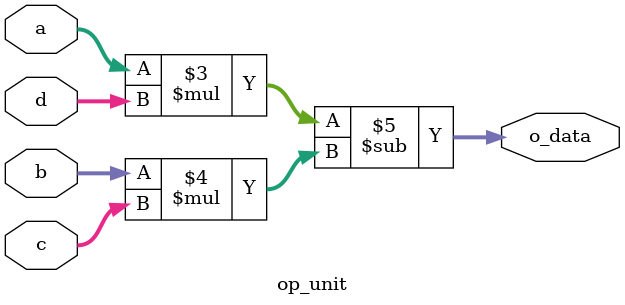
<source format=v>
module geofence ( clk,reset,X,Y,R,valid,is_inside);
input clk;
input reset;
input [9:0] X;
input [9:0] Y;
input [10:0] R;
output valid;
output is_inside;

parameter S_IDLE = 0;
parameter S_COLLECT = 1;
parameter S_SORT = 2;
parameter S_COORD = 3;
parameter S_FINAL = 4;
parameter S_WAIT = 5;
parameter S_DIVX = 6;
parameter S_DIVY = 7;

reg signed [10:0] X_r;
reg signed [10:0] Y_r;
reg signed [11:0] R_r;

reg signed [10:0] X_ary [0:5], X_ary_r [0:5];
reg signed [10:0] Y_ary [0:5], Y_ary_r [0:5];
reg signed [11:0] R_ary [0:5], R_ary_r [0:5];

reg [2:0] state, state_r;
reg [5:0] counter, counter_r;
reg [2:0] counter2, counter2_r;

reg signed [11:0] a, b, c, d;
wire signed [21:0] o_data;
reg signed [21:0] DET, DET_r;

reg signed [21:0] B4, B4_r, DIF_r, DIF;
reg signed [32:0] B2, B2_r;
reg signed [32:0] X_ref, Y_ref, X_ref_r, Y_ref_r;
reg signed [11:0] X_ref_norm, Y_ref_norm, X_ref_norm_r, Y_ref_norm_r;


reg valid_r, valid_w;
reg is_inside_r, is_inside_w;

reg [21:0] top;
reg [11:0] down;
wire [11:0] div_data;

assign div_data = (top / down);

integer i;

op_unit u_op_unit(
	.a(a),
	.b(b),
	.c(c),
	.d(d),
	.o_data(o_data)
);

// debug mode
// task cal_R;
// 	input signed [21:0] X_0;
// 	input signed [21:0] Y_0;
// 	input signed [21:0] X_ref;
// 	input signed [21:0] Y_ref;
// 	input signed [21:0] R_0;
// 	begin
// 		$display("R is %d for (%d,%d) %d", $sqrt((X_0-X_ref)*(X_0-X_ref)+(Y_0-Y_ref)*(Y_0-Y_ref)), X_0, Y_0, R_0);	
// 	end
// endtask

// always @(negedge clk) begin
// 	case(state_r)
// 		S_IDLE: begin
// 		end
// 		S_COLLECT: begin
// 			if(state == S_SORT) begin
// 				$display("Values in X_ary");
// 				$display("%d %d %d %d %d %d", X_ary[0], X_ary[1], X_ary[2], X_ary[3], X_ary[4], X_ary[5]);	
// 				$display("--------------------");
// 			end
// 		end
// 		S_SORT: begin
// 			// $display("Check (%d,%d) & (%d,%d) op %d SWAP? %d",a,b,c,d,o_data,o_data>0);
// 			// $display("Get (%d,%d) & (%d,%d) with ref (%d,%d)",X_ary_r[counter_r],Y_ary_r[counter_r],X_ary_r[counter_r+1],Y_ary_r[counter_r+1],X_ary_r[0],Y_ary_r[0]);
// 			// $display("%d %d %d %d %d %d", X_ary[0], X_ary[1], X_ary[2], X_ary[3], X_ary[4], X_ary[5]);	
// 			if(state == S_COORD) begin
// 				$display("Values in X_ary after sort");
// 				$display("%d %d %d %d %d %d", X_ary[0], X_ary[1], X_ary[2], X_ary[3], X_ary[4], X_ary[5]);	
// 				$display("--------------------");
// 			end
// 		end
// 		S_COORD: begin
// 			if(state == S_FINAL) begin
// 				$display("Getting (%d,%d) %d", X_ary_r[0], Y_ary_r[0], R_ary_r[0]);
// 				$display("Getting (%d,%d) %d", X_ary_r[2], Y_ary_r[2], R_ary_r[2]);
// 				$display("Getting (%d,%d) %d", X_ary_r[4], Y_ary_r[4], R_ary_r[4]);
// 				$display("The reference point is at (%d,%d)", X_ref, Y_ref);
// 				cal_R(X_ary_r[0],Y_ary_r[0],X_ref,Y_ref,R_ary_r[0]);
// 				cal_R(X_ary_r[1],Y_ary_r[1],X_ref,Y_ref,R_ary_r[1]);
// 				cal_R(X_ary_r[2],Y_ary_r[2],X_ref,Y_ref,R_ary_r[2]);
// 				cal_R(X_ary_r[3],Y_ary_r[3],X_ref,Y_ref,R_ary_r[3]);
// 				cal_R(X_ary_r[4],Y_ary_r[4],X_ref,Y_ref,R_ary_r[4]);
// 				cal_R(X_ary_r[5],Y_ary_r[5],X_ref,Y_ref,R_ary_r[5]);
// 				$display("X,Y ref are (%d,%d)", X_ref_r, Y_ref_r);
// 			end
// 		end
// 		S_FINAL: begin
// 			$display("o_data:%d B2_r:%d", o_data, B2_r);
// 		end
// 	endcase
	
// end



wire signed [11:0] cur_X, cur_Y, cur_R;
wire signed [11:0] next_X, next_Y, next_R;

assign valid = valid_r;
assign is_inside = is_inside_r;
assign cur_X = X_ary_r[counter_r];
assign cur_Y = Y_ary_r[counter_r];
assign cur_R = R_ary_r[counter_r];
assign next_X = X_ary_r[counter_r+1];
assign next_Y = Y_ary_r[counter_r+1];
assign next_R = R_ary_r[counter_r+1];

always @(*) begin
	state = state_r;
	counter = counter_r;
	counter2 = counter2_r;
	for(i=0;i<6;i=i+1) begin
		X_ary[i] = X_ary_r[i];
		Y_ary[i] = Y_ary_r[i];
		R_ary[i] = R_ary_r[i];
	end
	a = 11'sbx;
	b = 11'sbx;
	c = 11'sbx;
	d = 11'sbx;
	B4 = B4_r;
	B2 = B2_r;
	X_ref = X_ref_r;
	Y_ref = Y_ref_r;
	X_ref_norm = X_ref_norm_r;
	Y_ref_norm = Y_ref_norm_r;
	DIF = DIF_r;
	valid_w = 0;
	is_inside_w = 1'bx;
	DET = DET_r;
	top = 11'bx;
	down = 11'bx;
	case(state_r)
		S_IDLE: begin
			state = S_COLLECT;
			X_ref_norm = 0;
			Y_ref_norm = 0;
		end
		S_COLLECT: begin
			counter = counter_r + 1;
			X_ary[counter_r] = X_r;
			Y_ary[counter_r] = Y_r;
			R_ary[counter_r] = R_r; 
			if(counter_r == 5) state = S_SORT;
			if(counter_r == 5) counter = 1;
		end
		S_SORT: begin
			a = X_ary_r[counter_r] - X_ary_r[0];
			b = Y_ary_r[counter_r] - Y_ary_r[0];
			c = X_ary_r[counter_r+1] - X_ary_r[0];
			d = Y_ary_r[counter_r+1] - Y_ary_r[0];
			// swap if +
			X_ary[counter_r] = (o_data > 0) ? next_X : cur_X;
			Y_ary[counter_r] = (o_data > 0) ? next_Y : cur_Y;
			R_ary[counter_r] = (o_data > 0) ? next_R : cur_R;
			X_ary[counter_r+1] = (o_data > 0) ? cur_X : next_X;
			Y_ary[counter_r+1] = (o_data > 0) ? cur_Y : next_Y;
			R_ary[counter_r+1] = (o_data > 0) ? cur_R : next_R;
			// counter update 
			counter = (counter2_r == 4) ? 0 : (counter_r == 4) ? 1 : counter_r + 1;
			counter2 = (counter2_r == 4) ? 0 : (counter_r == 4) ? counter2_r + 1 : counter2_r;
			if(counter2_r == 4) state = S_COORD;
		end
		S_COORD: begin
			counter = counter_r + 1;
			case(counter_r) 
				0: begin // P0^2
					a = X_ary_r[0];
					b = Y_ary_r[0];
					c = -Y_ary_r[0];
					d = X_ary_r[0];
					B2 = o_data;
					B4 = o_data;
				end
				1: begin // P2^2
					a = X_ary_r[2];
					b = Y_ary_r[2];
					c = -Y_ary_r[2];
					d = X_ary_r[2];
					B2 = B2_r - o_data;
				end
				2: begin // R2^2-R0^2
					a = R_ary_r[2];
					b = R_ary_r[0];
					c = R_ary_r[0];
					d = R_ary_r[2];
					B2 = (B2_r + o_data) >>> 1;
				end
				3: begin // P2^2
					a = X_ary_r[4];
					b = Y_ary_r[4];
					c = -Y_ary_r[4];
					d = X_ary_r[4];
					B4 = B4_r - o_data;
				end
				4: begin // R2^2-R0^2
					a = R_ary_r[4];
					b = R_ary_r[0];
					c = R_ary_r[0];
					d = R_ary_r[4];
					B4 = (B4_r + o_data) >>> 1;
				end
				5: begin
					a = Y_ary_r[0] - Y_ary_r[4];
					b = Y_ary_r[0] - Y_ary_r[2];
					c = B4_r >>> 11;
					d = B2_r >>> 11;
					X_ref = o_data <<< 11;
				end
				6: begin
					a = Y_ary_r[0] - Y_ary_r[4];
					b = Y_ary_r[0] - Y_ary_r[2];
					c = B4_r - ((B4_r >>> 11) <<< 11);
					d = B2_r - ((B2_r >>> 11) <<< 11);
					X_ref = X_ref_r + o_data;
				end
				7: begin
					a = X_ary_r[4] - X_ary_r[0];
					b = X_ary_r[2] - X_ary_r[0];
					c = (B4_r >>> 11);
					d = (B2_r >>> 11);
					Y_ref = o_data <<< 11;
				end
				8: begin
					a = X_ary_r[4] - X_ary_r[0];
					b = X_ary_r[2] - X_ary_r[0];
					c = B4_r - ((B4_r >>> 11) <<< 11);
					d = B2_r - ((B2_r >>> 11) <<< 11);
					Y_ref = Y_ref_r + o_data;
					B2 = 0;
				end
				9: begin
					a = X_ary_r[0] - X_ary_r[2];
					b = Y_ary_r[0] - Y_ary_r[2];
					c = X_ary_r[0] - X_ary_r[4];
					d = Y_ary_r[0] - Y_ary_r[4];
					DET = o_data;
				end
				10: begin
					X_ref = (X_ref_r > 0) ? X_ref_r : -X_ref;
					Y_ref = (Y_ref_r > 0) ? Y_ref_r : -Y_ref;
					DET = (DET_r > 0) ? DET_r : -DET_r;
				end
				11: begin
					top = X_ref_r[32-:22];
					down = DET[21-:11];
					X_ref = div_data;
				end
				12: begin
					top = Y_ref_r[32-:22];
					down = DET[21-:11];
					Y_ref = div_data;
				end
			endcase
			if(counter_r == 12) state = S_FINAL;
			if(counter_r == 12) counter = 0;
		end
		// S_DIVX: begin
		// 	// (33b/22b)
		// 	counter = counter_r + 1;
		// 	if(X_ref_r > (DET_r <<< 1) ) begin
		// 		X_ref = (X_ref_r >>> 1); 
		// 		counter2 = counter_r + 1;
		// 	end
		// 	else if(X_ref_r > DET_r ) begin
		// 		X_ref = X_ref_r - DET_r; 
		// 		X_ref_norm = (X_ref_norm_r <<< 1) + 1;
		// 		DET = (DET_r >>> 1);
		// 	end
		// 	else begin
		// 		state = S_DIVY;
		// 		counter = 0;
		// 		counter2 = 0;
		// 		X_ref_norm = (X_ref_norm_r <<< counter2_r);
		// 	end
		// 	$display("%d %d %d",X_ref_norm, X_ref_r, counter2_r);
		// end
		// S_DIVY: begin
		// 	counter = counter_r + 1;
		// 	if(Y_ref_r > (DET_r <<< 1) ) begin
		// 		Y_ref = (Y_ref_r >>> 1); 
		// 		counter2 = counter_r + 1;
		// 	end
		// 	else if(Y_ref_r > DET_r ) begin
		// 		Y_ref = Y_ref_r - DET_r; 
		// 		Y_ref_norm = (Y_ref_norm_r <<< 1) + 1;
		// 		DET = (DET_r >>> 1);
		// 	end
		// 	else begin
		// 		Y_ref_norm = (Y_ref_norm_r <<< 1);
		// 		DET = (DET_r >>> 1);
		// 	end
		// 	if(counter_r == 10) state = S_FINAL;
		// 	if(counter_r == 10) counter = 0;
		// 	if(counter_r == 10) counter2 = 0;
		// 	if(counter_r == 10) Y_ref_norm = (Y_ref_norm_r <<< counter2_r);
		// end
		S_FINAL: begin
			counter = (counter2_r == 1) ? counter_r + 1 : counter_r;
			counter2 = (counter2_r == 1) ? 0 : 1;
			if(counter2_r == 0) begin
				a = X_ary_r[counter_r] - X_ref;
				b = Y_ary_r[counter_r] - Y_ref;
				c = (counter_r == 5) ? (X_ary_r[0] - X_ref) : (X_ary_r[counter_r+1] - X_ref);
				d = (counter_r == 5) ? (Y_ary_r[0] - Y_ref) : (Y_ary_r[counter_r+1] - Y_ref);
				B2 = (o_data > 0) ? B2_r + o_data : B2_r - o_data;
			end
			else begin
				a = X_ary_r[counter_r];
				b = Y_ary_r[counter_r];
				c = (counter_r == 5) ? X_ary_r[0] : X_ary_r[counter_r+1];
				d = (counter_r == 5) ? Y_ary_r[0] : Y_ary_r[counter_r+1];
				B2 = B2_r + o_data;
			end
			if(counter_r == 6 && counter2_r == 0) begin
				is_inside_w = (B2_r > 0) ? 0 : 1;
				valid_w = 1;
				state = S_WAIT;
				counter = 0;
				counter2 = 0;
			end
		end
		S_WAIT: begin
			state = S_IDLE;
		end
	endcase
end

always @(posedge clk or posedge reset) begin
	if(reset) begin
		state_r <= S_IDLE;
		counter_r <= 0;
		counter2_r <= 0;
		X_ref_norm_r <= 0;
		Y_ref_norm_r <= 0;
	end
	else begin
		for(i=0;i<6;i=i+1) begin
			X_ary_r[i] <= X_ary[i];
			Y_ary_r[i] <= Y_ary[i];
			R_ary_r[i] <= R_ary[i];
		end
		X_r <= $signed({1'b0,X});
		Y_r <= $signed({1'b0,Y});
		R_r <= $signed({1'b0,R});
		state_r <= state;
		counter_r <= counter;
		counter2_r <= counter2;
		B2_r <= B2;
		B4_r <= B4;
		X_ref_r <= X_ref;
		Y_ref_r <= Y_ref;
		X_ref_norm_r <= X_ref_norm;
		Y_ref_norm_r <= Y_ref_norm;
		valid_r <= valid_w;
		is_inside_r <= is_inside_w;
		DET_r <= DET;
	end
end


endmodule

module op_unit(
	a,
	b,
	c,
	d,
	o_data
);

// | a b |
// | c d |

input signed [11:0] a, b, c, d;
output signed [21:0] o_data;

assign o_data = a*d - b*c;

endmodule
</source>
